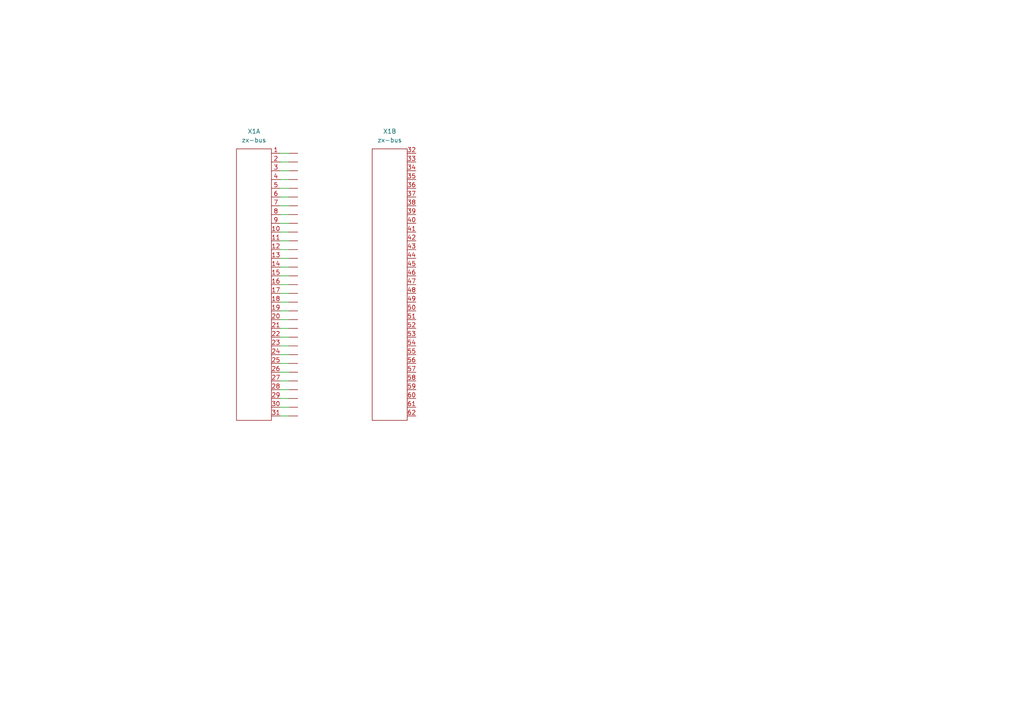
<source format=kicad_sch>
(kicad_sch (version 20211123) (generator eeschema)
  (paper "A4")
  (lib_symbols
    (symbol "zx-bus:hole"
      (symbol "hole_1_1"
        (pin input line (at -2.54 0 0) (length 2.54) (name "") (number ""))
      )
    )
    (symbol "zx-bus:zx-bus"
      (property "Reference" "X" (at -2.54 40.64 0))
      (property "Value" "zx-bus" (at 2.54 40.64 0))
      (symbol "zx-bus_0_1"
        (rectangle (start -5.08 39.37) (end 5.08 -39.37))
      )
      (symbol "zx-bus_1_1"
        (pin input line (at 7.62 38.1 180) (length 2.54) (name "") (number "1"))
        (pin input line (at 7.62 15.24 180) (length 2.54) (name "") (number "10"))
        (pin input line (at 7.62 12.7 180) (length 2.54) (name "") (number "11"))
        (pin input line (at 7.62 10.16 180) (length 2.54) (name "") (number "12"))
        (pin input line (at 7.62 7.62 180) (length 2.54) (name "") (number "13"))
        (pin input line (at 7.62 5.08 180) (length 2.54) (name "") (number "14"))
        (pin input line (at 7.62 2.54 180) (length 2.54) (name "") (number "15"))
        (pin input line (at 7.62 0 180) (length 2.54) (name "") (number "16"))
        (pin input line (at 7.62 -2.54 180) (length 2.54) (name "") (number "17"))
        (pin input line (at 7.62 -5.08 180) (length 2.54) (name "") (number "18"))
        (pin input line (at 7.62 -7.62 180) (length 2.54) (name "") (number "19"))
        (pin input line (at 7.62 35.56 180) (length 2.54) (name "") (number "2"))
        (pin input line (at 7.62 -10.16 180) (length 2.54) (name "") (number "20"))
        (pin input line (at 7.62 -12.7 180) (length 2.54) (name "") (number "21"))
        (pin input line (at 7.62 -15.24 180) (length 2.54) (name "") (number "22"))
        (pin input line (at 7.62 -17.78 180) (length 2.54) (name "") (number "23"))
        (pin input line (at 7.62 -20.32 180) (length 2.54) (name "") (number "24"))
        (pin input line (at 7.62 -22.86 180) (length 2.54) (name "") (number "25"))
        (pin input line (at 7.62 -25.4 180) (length 2.54) (name "") (number "26"))
        (pin input line (at 7.62 -27.94 180) (length 2.54) (name "") (number "27"))
        (pin input line (at 7.62 -30.48 180) (length 2.54) (name "") (number "28"))
        (pin input line (at 7.62 -33.02 180) (length 2.54) (name "") (number "29"))
        (pin input line (at 7.62 33.02 180) (length 2.54) (name "") (number "3"))
        (pin input line (at 7.62 -35.56 180) (length 2.54) (name "") (number "30"))
        (pin input line (at 7.62 -38.1 180) (length 2.54) (name "") (number "31"))
        (pin input line (at 7.62 30.48 180) (length 2.54) (name "") (number "4"))
        (pin input line (at 7.62 27.94 180) (length 2.54) (name "") (number "5"))
        (pin input line (at 7.62 25.4 180) (length 2.54) (name "") (number "6"))
        (pin input line (at 7.62 22.86 180) (length 2.54) (name "") (number "7"))
        (pin input line (at 7.62 20.32 180) (length 2.54) (name "") (number "8"))
        (pin input line (at 7.62 17.78 180) (length 2.54) (name "") (number "9"))
      )
      (symbol "zx-bus_2_1"
        (pin input line (at 7.62 38.1 180) (length 2.54) (name "") (number "32"))
        (pin input line (at 7.62 35.56 180) (length 2.54) (name "") (number "33"))
        (pin input line (at 7.62 33.02 180) (length 2.54) (name "") (number "34"))
        (pin input line (at 7.62 30.48 180) (length 2.54) (name "") (number "35"))
        (pin input line (at 7.62 27.94 180) (length 2.54) (name "") (number "36"))
        (pin input line (at 7.62 25.4 180) (length 2.54) (name "") (number "37"))
        (pin input line (at 7.62 22.86 180) (length 2.54) (name "") (number "38"))
        (pin input line (at 7.62 20.32 180) (length 2.54) (name "") (number "39"))
        (pin input line (at 7.62 17.78 180) (length 2.54) (name "") (number "40"))
        (pin input line (at 7.62 15.24 180) (length 2.54) (name "") (number "41"))
        (pin input line (at 7.62 12.7 180) (length 2.54) (name "") (number "42"))
        (pin input line (at 7.62 10.16 180) (length 2.54) (name "") (number "43"))
        (pin input line (at 7.62 7.62 180) (length 2.54) (name "") (number "44"))
        (pin input line (at 7.62 5.08 180) (length 2.54) (name "") (number "45"))
        (pin input line (at 7.62 2.54 180) (length 2.54) (name "") (number "46"))
        (pin input line (at 7.62 0 180) (length 2.54) (name "") (number "47"))
        (pin input line (at 7.62 -2.54 180) (length 2.54) (name "") (number "48"))
        (pin input line (at 7.62 -5.08 180) (length 2.54) (name "") (number "49"))
        (pin input line (at 7.62 -7.62 180) (length 2.54) (name "") (number "50"))
        (pin input line (at 7.62 -10.16 180) (length 2.54) (name "") (number "51"))
        (pin input line (at 7.62 -12.7 180) (length 2.54) (name "") (number "52"))
        (pin input line (at 7.62 -15.24 180) (length 2.54) (name "") (number "53"))
        (pin input line (at 7.62 -17.78 180) (length 2.54) (name "") (number "54"))
        (pin input line (at 7.62 -20.32 180) (length 2.54) (name "") (number "55"))
        (pin input line (at 7.62 -22.86 180) (length 2.54) (name "") (number "56"))
        (pin input line (at 7.62 -25.4 180) (length 2.54) (name "") (number "57"))
        (pin input line (at 7.62 -27.94 180) (length 2.54) (name "") (number "58"))
        (pin input line (at 7.62 -30.48 180) (length 2.54) (name "") (number "59"))
        (pin input line (at 7.62 -33.02 180) (length 2.54) (name "") (number "60"))
        (pin input line (at 7.62 -35.56 180) (length 2.54) (name "") (number "61"))
        (pin input line (at 7.62 -38.1 180) (length 2.54) (name "") (number "62"))
      )
    )
  )
  (wire (pts (xy 81.28 69.85) (xy 83.82 69.85)))
  (wire (pts (xy 81.28 87.63) (xy 83.82 87.63)))
  (wire (pts (xy 81.28 57.15) (xy 83.82 57.15)))
  (wire (pts (xy 81.28 49.53) (xy 83.82 49.53)))
  (wire (pts (xy 81.28 113.03) (xy 83.82 113.03)))
  (wire (pts (xy 81.28 52.07) (xy 83.82 52.07)))
  (wire (pts (xy 81.28 90.17) (xy 83.82 90.17)))
  (wire (pts (xy 81.28 85.09) (xy 83.82 85.09)))
  (wire (pts (xy 81.28 92.71) (xy 83.82 92.71)))
  (wire (pts (xy 81.28 59.69) (xy 83.82 59.69)))
  (wire (pts (xy 81.28 97.79) (xy 83.82 97.79)))
  (wire (pts (xy 81.28 95.25) (xy 83.82 95.25)))
  (wire (pts (xy 81.28 64.77) (xy 83.82 64.77)))
  (wire (pts (xy 81.28 118.11) (xy 83.82 118.11)))
  (wire (pts (xy 81.28 110.49) (xy 83.82 110.49)))
  (wire (pts (xy 81.28 82.55) (xy 83.82 82.55)))
  (wire (pts (xy 81.28 54.61) (xy 83.82 54.61)))
  (wire (pts (xy 81.28 77.47) (xy 83.82 77.47)))
  (wire (pts (xy 81.28 105.41) (xy 83.82 105.41)))
  (wire (pts (xy 81.28 102.87) (xy 83.82 102.87)))
  (wire (pts (xy 81.28 67.31) (xy 83.82 67.31)))
  (wire (pts (xy 81.28 100.33) (xy 83.82 100.33)))
  (wire (pts (xy 81.28 120.65) (xy 83.82 120.65)))
  (wire (pts (xy 81.28 46.99) (xy 83.82 46.99)))
  (wire (pts (xy 81.28 107.95) (xy 83.82 107.95)))
  (wire (pts (xy 81.28 115.57) (xy 83.82 115.57)))
  (wire (pts (xy 81.28 74.93) (xy 83.82 74.93)))
  (wire (pts (xy 81.28 80.01) (xy 83.82 80.01)))
  (wire (pts (xy 81.28 72.39) (xy 83.82 72.39)))
  (wire (pts (xy 81.28 62.23) (xy 83.82 62.23)))
  (wire (pts (xy 81.28 44.45) (xy 83.82 44.45)))
  (symbol (lib_id "zx-bus:hole") (at 86.36 90.17 0) (unit 1)
    (property "Reference" "D19" (effects hide))
    (property "Value" "hole" (effects hide))
    (property "Footprint" "zx:hole" (effects hide))
  )
  (symbol (lib_id "zx-bus:zx-bus") (at 73.66 82.55 0) (unit 1)
    (property "Reference" "X1" (at 73.66 38.1 0))
    (property "Value" "zx-bus" (at 73.66 40.64 0))
  )
  (symbol (lib_id "zx-bus:hole") (at 86.36 64.77 0) (unit 1)
    (property "Reference" "D9" (effects hide))
    (property "Value" "hole" (effects hide))
    (property "Footprint" "zx:hole" (effects hide))
  )
  (symbol (lib_id "zx-bus:hole") (at 86.36 72.39 0) (unit 1)
    (property "Reference" "D12" (effects hide))
    (property "Value" "hole" (effects hide))
    (property "Footprint" "zx:hole" (effects hide))
  )
  (symbol (lib_id "zx-bus:hole") (at 86.36 80.01 0) (unit 1)
    (property "Reference" "D15" (effects hide))
    (property "Value" "hole" (effects hide))
    (property "Footprint" "zx:hole" (effects hide))
  )
  (symbol (lib_id "zx-bus:hole") (at 86.36 110.49 0) (unit 1)
    (property "Reference" "D27" (effects hide))
    (property "Value" "hole" (effects hide))
    (property "Footprint" "zx:hole" (effects hide))
  )
  (symbol (lib_id "zx-bus:hole") (at 86.36 44.45 0) (unit 1)
    (property "Reference" "D1" (effects hide))
    (property "Value" "hole" (effects hide))
    (property "Footprint" "zx:hole" (effects hide))
  )
  (symbol (lib_id "zx-bus:hole") (at 86.36 87.63 0) (unit 1)
    (property "Reference" "D18" (effects hide))
    (property "Value" "hole" (effects hide))
    (property "Footprint" "zx:hole" (effects hide))
  )
  (symbol (lib_id "zx-bus:hole") (at 86.36 102.87 0) (unit 1)
    (property "Reference" "D24" (effects hide))
    (property "Value" "hole" (effects hide))
    (property "Footprint" "zx:hole" (effects hide))
  )
  (symbol (lib_id "zx-bus:hole") (at 86.36 118.11 0) (unit 1)
    (property "Reference" "D30" (effects hide))
    (property "Value" "hole" (effects hide))
    (property "Footprint" "zx:hole" (effects hide))
  )
  (symbol (lib_id "zx-bus:zx-bus") (at 113.03 82.55 0) (unit 2)
    (property "Reference" "X1" (at 113.03 38.1 0))
    (property "Value" "zx-bus" (at 113.03 40.64 0))
  )
  (symbol (lib_id "zx-bus:hole") (at 86.36 67.31 0) (unit 1)
    (property "Reference" "D10" (effects hide))
    (property "Value" "hole" (effects hide))
    (property "Footprint" "zx:hole" (effects hide))
  )
  (symbol (lib_id "zx-bus:hole") (at 86.36 85.09 0) (unit 1)
    (property "Reference" "D17" (effects hide))
    (property "Value" "hole" (effects hide))
    (property "Footprint" "zx:hole" (effects hide))
  )
  (symbol (lib_id "zx-bus:hole") (at 86.36 54.61 0) (unit 1)
    (property "Reference" "D5" (effects hide))
    (property "Value" "hole" (effects hide))
    (property "Footprint" "zx:hole" (effects hide))
  )
  (symbol (lib_id "zx-bus:hole") (at 86.36 95.25 0) (unit 1)
    (property "Reference" "D21" (effects hide))
    (property "Value" "hole" (effects hide))
    (property "Footprint" "zx:hole" (effects hide))
  )
  (symbol (lib_id "zx-bus:hole") (at 86.36 77.47 0) (unit 1)
    (property "Reference" "D14" (effects hide))
    (property "Value" "hole" (effects hide))
    (property "Footprint" "zx:hole" (effects hide))
  )
  (symbol (lib_id "zx-bus:hole") (at 86.36 92.71 0) (unit 1)
    (property "Reference" "D20" (effects hide))
    (property "Value" "hole" (effects hide))
    (property "Footprint" "zx:hole" (effects hide))
  )
  (symbol (lib_id "zx-bus:hole") (at 86.36 120.65 0) (unit 1)
    (property "Reference" "D31" (effects hide))
    (property "Value" "hole" (effects hide))
    (property "Footprint" "zx:hole" (effects hide))
  )
  (symbol (lib_id "zx-bus:hole") (at 86.36 62.23 0) (unit 1)
    (property "Reference" "D8" (effects hide))
    (property "Value" "hole" (effects hide))
    (property "Footprint" "zx:hole" (effects hide))
  )
  (symbol (lib_id "zx-bus:hole") (at 86.36 97.79 0) (unit 1)
    (property "Reference" "D22" (effects hide))
    (property "Value" "hole" (effects hide))
    (property "Footprint" "zx:hole" (effects hide))
  )
  (symbol (lib_id "zx-bus:hole") (at 86.36 74.93 0) (unit 1)
    (property "Reference" "D13" (effects hide))
    (property "Value" "hole" (effects hide))
    (property "Footprint" "zx:hole" (effects hide))
  )
  (symbol (lib_id "zx-bus:hole") (at 86.36 69.85 0) (unit 1)
    (property "Reference" "D11" (effects hide))
    (property "Value" "hole" (effects hide))
    (property "Footprint" "zx:hole" (effects hide))
  )
  (symbol (lib_id "zx-bus:hole") (at 86.36 46.99 0) (unit 1)
    (property "Reference" "D2" (effects hide))
    (property "Value" "hole" (effects hide))
    (property "Footprint" "zx:hole" (effects hide))
  )
  (symbol (lib_id "zx-bus:hole") (at 86.36 59.69 0) (unit 1)
    (property "Reference" "D7" (effects hide))
    (property "Value" "hole" (effects hide))
    (property "Footprint" "zx:hole" (effects hide))
  )
  (symbol (lib_id "zx-bus:hole") (at 86.36 105.41 0) (unit 1)
    (property "Reference" "D25" (effects hide))
    (property "Value" "hole" (effects hide))
    (property "Footprint" "zx:hole" (effects hide))
  )
  (symbol (lib_id "zx-bus:hole") (at 86.36 115.57 0) (unit 1)
    (property "Reference" "D29" (effects hide))
    (property "Value" "hole" (effects hide))
    (property "Footprint" "zx:hole" (effects hide))
  )
  (symbol (lib_id "zx-bus:hole") (at 86.36 52.07 0) (unit 1)
    (property "Reference" "D4" (effects hide))
    (property "Value" "hole" (effects hide))
    (property "Footprint" "zx:hole" (effects hide))
  )
  (symbol (lib_id "zx-bus:hole") (at 86.36 113.03 0) (unit 1)
    (property "Reference" "D28" (effects hide))
    (property "Value" "hole" (effects hide))
    (property "Footprint" "zx:hole" (effects hide))
  )
  (symbol (lib_id "zx-bus:hole") (at 86.36 82.55 0) (unit 1)
    (property "Reference" "D16" (effects hide))
    (property "Value" "hole" (effects hide))
    (property "Footprint" "zx:hole" (effects hide))
  )
  (symbol (lib_id "zx-bus:hole") (at 86.36 107.95 0) (unit 1)
    (property "Reference" "D26" (effects hide))
    (property "Value" "hole" (effects hide))
    (property "Footprint" "zx:hole" (effects hide))
  )
  (symbol (lib_id "zx-bus:hole") (at 86.36 57.15 0) (unit 1)
    (property "Reference" "D6" (effects hide))
    (property "Value" "hole" (effects hide))
    (property "Footprint" "zx:hole" (effects hide))
  )
  (symbol (lib_id "zx-bus:hole") (at 86.36 100.33 0) (unit 1)
    (property "Reference" "D23" (effects hide))
    (property "Value" "hole" (effects hide))
    (property "Footprint" "zx:hole" (effects hide))
  )
  (symbol (lib_id "zx-bus:hole") (at 86.36 49.53 0) (unit 1)
    (property "Reference" "D3" (effects hide))
    (property "Value" "hole" (effects hide))
    (property "Footprint" "zx:hole" (effects hide))
  )
)
</source>
